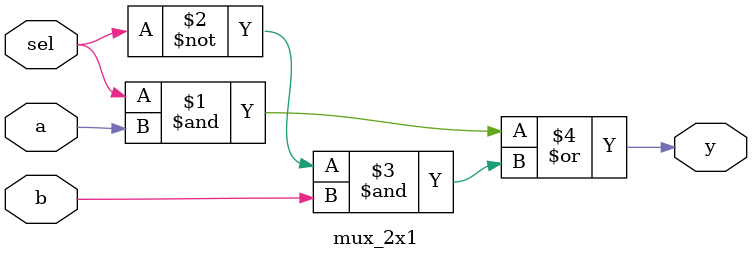
<source format=v>

module mux_2x1(output y,input a,b,sel);

// assign y = sel? a:b;
assign y = (sel&a)|(~(sel)&b);

endmodule
</source>
